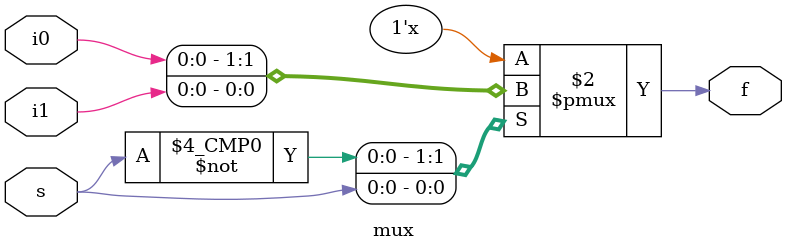
<source format=v>
module mux_4to1 (I0,I1,I2,I3,S,S1,Y);
input I0,I1,I2,I3,S,S1;
output Y;
wire w1,w2;

mux f1 (I0,I1,S,w1);
mux f2 (I2,I3,S,w2);

mux f3 (w1,w2,S1,Y);

endmodule
module mux(i0,i1,s,f);
input i0,i1,s;
output reg f;
always @(*)
case(s)
1'b0 : f=i0;
1'b1 : f=i1;
default:f=1'bx;
endcase
endmodule

</source>
